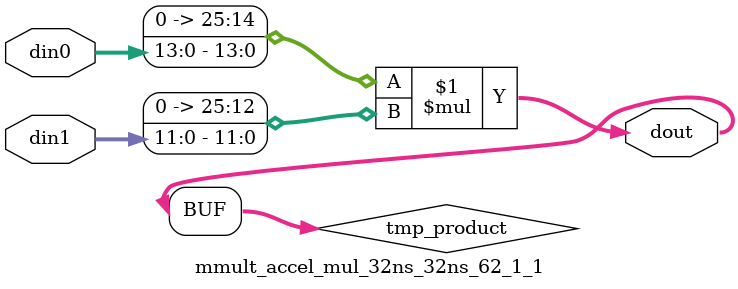
<source format=v>

`timescale 1 ns / 1 ps

 module mmult_accel_mul_32ns_32ns_62_1_1(din0, din1, dout);
parameter ID = 1;
parameter NUM_STAGE = 0;
parameter din0_WIDTH = 14;
parameter din1_WIDTH = 12;
parameter dout_WIDTH = 26;

input [din0_WIDTH - 1 : 0] din0; 
input [din1_WIDTH - 1 : 0] din1; 
output [dout_WIDTH - 1 : 0] dout;

wire signed [dout_WIDTH - 1 : 0] tmp_product;
























assign tmp_product = $signed({1'b0, din0}) * $signed({1'b0, din1});











assign dout = tmp_product;





















endmodule

</source>
